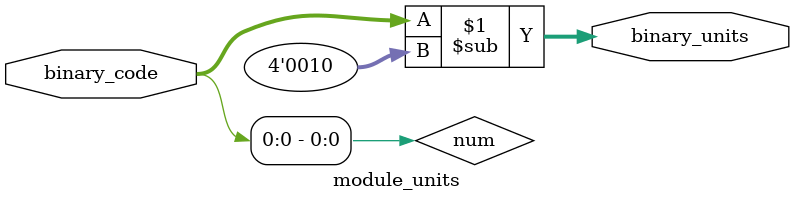
<source format=sv>

module module_units (
    input logic [3 : 0] binary_code,      //Entrada: codigo binario mayor a 9
    output logic [3 : 0] binary_units      //Salida: unidades del numero binario de entrada

);
logic num; //numero binario auxiliar
assign  num = {1'b0, binary_code[2:0]}; //desplaza el numero y coloca un cero en el bit mas significativo
assign binary_units = binary_code - 4'b0010; // resta un 2, para que las unidades coincidan con codigo bcd

endmodule
</source>
